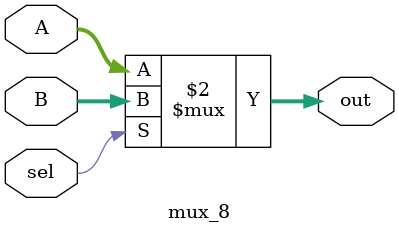
<source format=v>
`timescale 1ns / 1ps
module mux_8(A, B, sel, out); // a 2 to 1 8-bit multiplexer
	input [7:0] A, B;
	input sel;
	output reg [7:0] out;
	
	always @ (A or B or sel)
	begin
	out = (sel) ?B : A;
	end
endmodule


</source>
